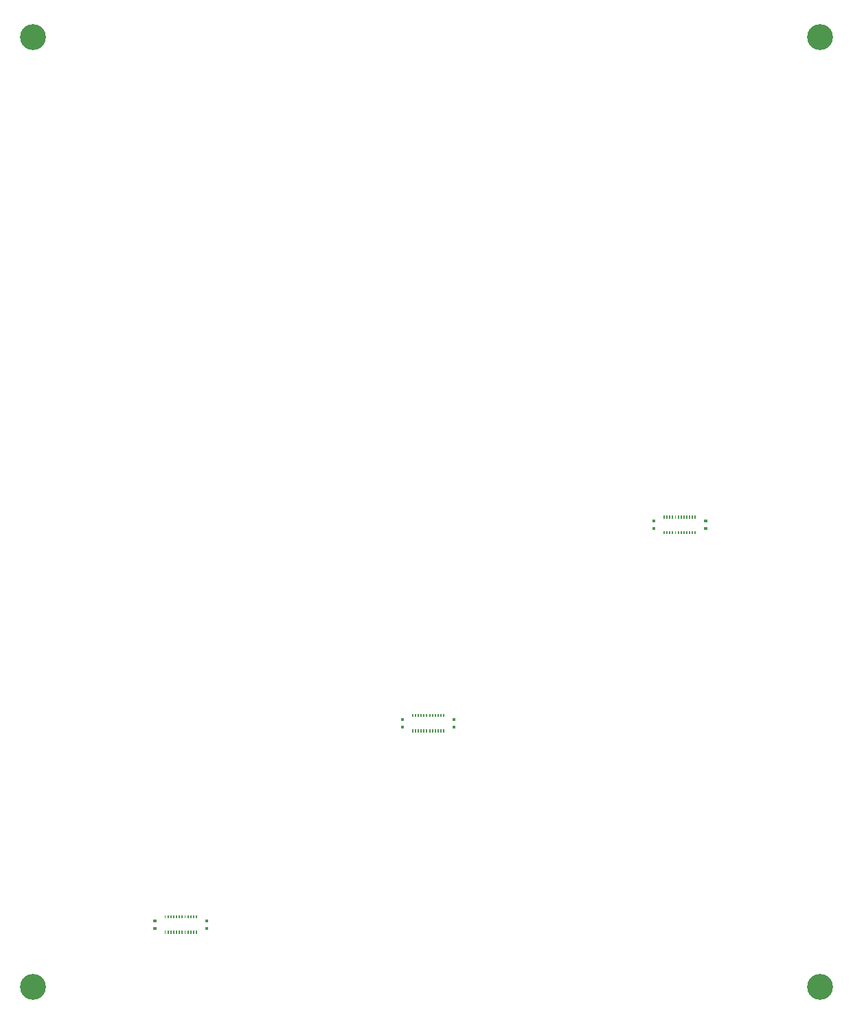
<source format=gbr>
%TF.GenerationSoftware,KiCad,Pcbnew,(6.0.0)*%
%TF.CreationDate,2022-03-28T07:33:37-07:00*%
%TF.ProjectId,flex-24_panel,666c6578-2d32-4345-9f70-616e656c2e6b,A*%
%TF.SameCoordinates,Original*%
%TF.FileFunction,Soldermask,Bot*%
%TF.FilePolarity,Negative*%
%FSLAX46Y46*%
G04 Gerber Fmt 4.6, Leading zero omitted, Abs format (unit mm)*
G04 Created by KiCad (PCBNEW (6.0.0)) date 2022-03-28 07:33:37*
%MOMM*%
%LPD*%
G01*
G04 APERTURE LIST*
%ADD10C,3.200000*%
G04 APERTURE END LIST*
%TO.C,J1*%
G36*
X175885000Y-95955864D02*
G01*
X175725000Y-95955864D01*
X175725000Y-96315864D01*
X175885000Y-96315864D01*
X175885000Y-95955864D01*
G37*
G36*
X176935000Y-95955864D02*
G01*
X176775000Y-95955864D01*
X176775000Y-96315864D01*
X176935000Y-96315864D01*
X176935000Y-95955864D01*
G37*
G36*
X176585000Y-95955864D02*
G01*
X176425000Y-95955864D01*
X176425000Y-96315864D01*
X176585000Y-96315864D01*
X176585000Y-95955864D01*
G37*
G36*
X178335000Y-95955864D02*
G01*
X178175000Y-95955864D01*
X178175000Y-96315864D01*
X178335000Y-96315864D01*
X178335000Y-95955864D01*
G37*
G36*
X177635000Y-95955864D02*
G01*
X177475000Y-95955864D01*
X177475000Y-96315864D01*
X177635000Y-96315864D01*
X177635000Y-95955864D01*
G37*
G36*
X179035000Y-94055864D02*
G01*
X178875000Y-94055864D01*
X178875000Y-94415864D01*
X179035000Y-94415864D01*
X179035000Y-94055864D01*
G37*
G36*
X177985000Y-94055864D02*
G01*
X177825000Y-94055864D01*
X177825000Y-94415864D01*
X177985000Y-94415864D01*
X177985000Y-94055864D01*
G37*
G36*
X176935000Y-94055864D02*
G01*
X176775000Y-94055864D01*
X176775000Y-94415864D01*
X176935000Y-94415864D01*
X176935000Y-94055864D01*
G37*
G36*
X175885000Y-94055864D02*
G01*
X175725000Y-94055864D01*
X175725000Y-94415864D01*
X175885000Y-94415864D01*
X175885000Y-94055864D01*
G37*
G36*
X174705000Y-94528364D02*
G01*
X174345000Y-94528364D01*
X174345000Y-94878364D01*
X174705000Y-94878364D01*
X174705000Y-94528364D01*
G37*
G36*
X177985000Y-95955864D02*
G01*
X177825000Y-95955864D01*
X177825000Y-96315864D01*
X177985000Y-96315864D01*
X177985000Y-95955864D01*
G37*
G36*
X177635000Y-94055864D02*
G01*
X177475000Y-94055864D01*
X177475000Y-94415864D01*
X177635000Y-94415864D01*
X177635000Y-94055864D01*
G37*
G36*
X174705000Y-95498364D02*
G01*
X174345000Y-95498364D01*
X174345000Y-95838364D01*
X174705000Y-95838364D01*
X174705000Y-95498364D01*
G37*
G36*
X178685000Y-95955864D02*
G01*
X178525000Y-95955864D01*
X178525000Y-96315864D01*
X178685000Y-96315864D01*
X178685000Y-95955864D01*
G37*
G36*
X178335000Y-94055864D02*
G01*
X178175000Y-94055864D01*
X178175000Y-94415864D01*
X178335000Y-94415864D01*
X178335000Y-94055864D01*
G37*
G36*
X179385000Y-95955864D02*
G01*
X179225000Y-95955864D01*
X179225000Y-96315864D01*
X179385000Y-96315864D01*
X179385000Y-95955864D01*
G37*
G36*
X179735000Y-95955864D02*
G01*
X179575000Y-95955864D01*
X179575000Y-96315864D01*
X179735000Y-96315864D01*
X179735000Y-95955864D01*
G37*
G36*
X177285000Y-95955864D02*
G01*
X177125000Y-95955864D01*
X177125000Y-96315864D01*
X177285000Y-96315864D01*
X177285000Y-95955864D01*
G37*
G36*
X179385000Y-94055864D02*
G01*
X179225000Y-94055864D01*
X179225000Y-94415864D01*
X179385000Y-94415864D01*
X179385000Y-94055864D01*
G37*
G36*
X176235000Y-94055864D02*
G01*
X176075000Y-94055864D01*
X176075000Y-94415864D01*
X176235000Y-94415864D01*
X176235000Y-94055864D01*
G37*
G36*
X181115000Y-95498364D02*
G01*
X180755000Y-95498364D01*
X180755000Y-95838364D01*
X181115000Y-95838364D01*
X181115000Y-95498364D01*
G37*
G36*
X176585000Y-94055864D02*
G01*
X176425000Y-94055864D01*
X176425000Y-94415864D01*
X176585000Y-94415864D01*
X176585000Y-94055864D01*
G37*
G36*
X179735000Y-94055864D02*
G01*
X179575000Y-94055864D01*
X179575000Y-94415864D01*
X179735000Y-94415864D01*
X179735000Y-94055864D01*
G37*
G36*
X179035000Y-95955864D02*
G01*
X178875000Y-95955864D01*
X178875000Y-96315864D01*
X179035000Y-96315864D01*
X179035000Y-95955864D01*
G37*
G36*
X181115000Y-94528364D02*
G01*
X180755000Y-94528364D01*
X180755000Y-94878364D01*
X181115000Y-94878364D01*
X181115000Y-94528364D01*
G37*
G36*
X177285000Y-94055864D02*
G01*
X177125000Y-94055864D01*
X177125000Y-94415864D01*
X177285000Y-94415864D01*
X177285000Y-94055864D01*
G37*
G36*
X176235000Y-95955864D02*
G01*
X176075000Y-95955864D01*
X176075000Y-96315864D01*
X176235000Y-96315864D01*
X176235000Y-95955864D01*
G37*
G36*
X178685000Y-94055864D02*
G01*
X178525000Y-94055864D01*
X178525000Y-94415864D01*
X178685000Y-94415864D01*
X178685000Y-94055864D01*
G37*
G36*
X146635000Y-120405865D02*
G01*
X146475000Y-120405865D01*
X146475000Y-120765865D01*
X146635000Y-120765865D01*
X146635000Y-120405865D01*
G37*
G36*
X146985000Y-118505865D02*
G01*
X146825000Y-118505865D01*
X146825000Y-118865865D01*
X146985000Y-118865865D01*
X146985000Y-118505865D01*
G37*
G36*
X146285000Y-118505865D02*
G01*
X146125000Y-118505865D01*
X146125000Y-118865865D01*
X146285000Y-118865865D01*
X146285000Y-118505865D01*
G37*
G36*
X147335000Y-120405865D02*
G01*
X147175000Y-120405865D01*
X147175000Y-120765865D01*
X147335000Y-120765865D01*
X147335000Y-120405865D01*
G37*
G36*
X148385000Y-118505865D02*
G01*
X148225000Y-118505865D01*
X148225000Y-118865865D01*
X148385000Y-118865865D01*
X148385000Y-118505865D01*
G37*
G36*
X147685000Y-120405865D02*
G01*
X147525000Y-120405865D01*
X147525000Y-120765865D01*
X147685000Y-120765865D01*
X147685000Y-120405865D01*
G37*
G36*
X145585000Y-118505865D02*
G01*
X145425000Y-118505865D01*
X145425000Y-118865865D01*
X145585000Y-118865865D01*
X145585000Y-118505865D01*
G37*
G36*
X143705000Y-119948365D02*
G01*
X143345000Y-119948365D01*
X143345000Y-120288365D01*
X143705000Y-120288365D01*
X143705000Y-119948365D01*
G37*
G36*
X146985000Y-120405865D02*
G01*
X146825000Y-120405865D01*
X146825000Y-120765865D01*
X146985000Y-120765865D01*
X146985000Y-120405865D01*
G37*
G36*
X145585000Y-120405865D02*
G01*
X145425000Y-120405865D01*
X145425000Y-120765865D01*
X145585000Y-120765865D01*
X145585000Y-120405865D01*
G37*
G36*
X148035000Y-118505865D02*
G01*
X147875000Y-118505865D01*
X147875000Y-118865865D01*
X148035000Y-118865865D01*
X148035000Y-118505865D01*
G37*
G36*
X150115000Y-119948365D02*
G01*
X149755000Y-119948365D01*
X149755000Y-120288365D01*
X150115000Y-120288365D01*
X150115000Y-119948365D01*
G37*
G36*
X148735000Y-118505865D02*
G01*
X148575000Y-118505865D01*
X148575000Y-118865865D01*
X148735000Y-118865865D01*
X148735000Y-118505865D01*
G37*
G36*
X145935000Y-118505865D02*
G01*
X145775000Y-118505865D01*
X145775000Y-118865865D01*
X145935000Y-118865865D01*
X145935000Y-118505865D01*
G37*
G36*
X147335000Y-118505865D02*
G01*
X147175000Y-118505865D01*
X147175000Y-118865865D01*
X147335000Y-118865865D01*
X147335000Y-118505865D01*
G37*
G36*
X143705000Y-118978365D02*
G01*
X143345000Y-118978365D01*
X143345000Y-119328365D01*
X143705000Y-119328365D01*
X143705000Y-118978365D01*
G37*
G36*
X146285000Y-120405865D02*
G01*
X146125000Y-120405865D01*
X146125000Y-120765865D01*
X146285000Y-120765865D01*
X146285000Y-120405865D01*
G37*
G36*
X146635000Y-118505865D02*
G01*
X146475000Y-118505865D01*
X146475000Y-118865865D01*
X146635000Y-118865865D01*
X146635000Y-118505865D01*
G37*
G36*
X148035000Y-120405865D02*
G01*
X147875000Y-120405865D01*
X147875000Y-120765865D01*
X148035000Y-120765865D01*
X148035000Y-120405865D01*
G37*
G36*
X148735000Y-120405865D02*
G01*
X148575000Y-120405865D01*
X148575000Y-120765865D01*
X148735000Y-120765865D01*
X148735000Y-120405865D01*
G37*
G36*
X148385000Y-120405865D02*
G01*
X148225000Y-120405865D01*
X148225000Y-120765865D01*
X148385000Y-120765865D01*
X148385000Y-120405865D01*
G37*
G36*
X150115000Y-118978365D02*
G01*
X149755000Y-118978365D01*
X149755000Y-119328365D01*
X150115000Y-119328365D01*
X150115000Y-118978365D01*
G37*
G36*
X147685000Y-118505865D02*
G01*
X147525000Y-118505865D01*
X147525000Y-118865865D01*
X147685000Y-118865865D01*
X147685000Y-118505865D01*
G37*
G36*
X145235000Y-120405865D02*
G01*
X145075000Y-120405865D01*
X145075000Y-120765865D01*
X145235000Y-120765865D01*
X145235000Y-120405865D01*
G37*
G36*
X144885000Y-120405865D02*
G01*
X144725000Y-120405865D01*
X144725000Y-120765865D01*
X144885000Y-120765865D01*
X144885000Y-120405865D01*
G37*
G36*
X145235000Y-118505865D02*
G01*
X145075000Y-118505865D01*
X145075000Y-118865865D01*
X145235000Y-118865865D01*
X145235000Y-118505865D01*
G37*
G36*
X145935000Y-120405865D02*
G01*
X145775000Y-120405865D01*
X145775000Y-120765865D01*
X145935000Y-120765865D01*
X145935000Y-120405865D01*
G37*
G36*
X144885000Y-118505865D02*
G01*
X144725000Y-118505865D01*
X144725000Y-118865865D01*
X144885000Y-118865865D01*
X144885000Y-118505865D01*
G37*
G36*
X115785000Y-143315376D02*
G01*
X115625000Y-143315376D01*
X115625000Y-143675376D01*
X115785000Y-143675376D01*
X115785000Y-143315376D01*
G37*
G36*
X117185000Y-145215376D02*
G01*
X117025000Y-145215376D01*
X117025000Y-145575376D01*
X117185000Y-145575376D01*
X117185000Y-145215376D01*
G37*
G36*
X119615000Y-143787876D02*
G01*
X119255000Y-143787876D01*
X119255000Y-144137876D01*
X119615000Y-144137876D01*
X119615000Y-143787876D01*
G37*
G36*
X115785000Y-145215376D02*
G01*
X115625000Y-145215376D01*
X115625000Y-145575376D01*
X115785000Y-145575376D01*
X115785000Y-145215376D01*
G37*
G36*
X114385000Y-145215376D02*
G01*
X114225000Y-145215376D01*
X114225000Y-145575376D01*
X114385000Y-145575376D01*
X114385000Y-145215376D01*
G37*
G36*
X116835000Y-143315376D02*
G01*
X116675000Y-143315376D01*
X116675000Y-143675376D01*
X116835000Y-143675376D01*
X116835000Y-143315376D01*
G37*
G36*
X116135000Y-145215376D02*
G01*
X115975000Y-145215376D01*
X115975000Y-145575376D01*
X116135000Y-145575376D01*
X116135000Y-145215376D01*
G37*
G36*
X114735000Y-143315376D02*
G01*
X114575000Y-143315376D01*
X114575000Y-143675376D01*
X114735000Y-143675376D01*
X114735000Y-143315376D01*
G37*
G36*
X115435000Y-143315376D02*
G01*
X115275000Y-143315376D01*
X115275000Y-143675376D01*
X115435000Y-143675376D01*
X115435000Y-143315376D01*
G37*
G36*
X114735000Y-145215376D02*
G01*
X114575000Y-145215376D01*
X114575000Y-145575376D01*
X114735000Y-145575376D01*
X114735000Y-145215376D01*
G37*
G36*
X117535000Y-145215376D02*
G01*
X117375000Y-145215376D01*
X117375000Y-145575376D01*
X117535000Y-145575376D01*
X117535000Y-145215376D01*
G37*
G36*
X117885000Y-143315376D02*
G01*
X117725000Y-143315376D01*
X117725000Y-143675376D01*
X117885000Y-143675376D01*
X117885000Y-143315376D01*
G37*
G36*
X115085000Y-145215376D02*
G01*
X114925000Y-145215376D01*
X114925000Y-145575376D01*
X115085000Y-145575376D01*
X115085000Y-145215376D01*
G37*
G36*
X117885000Y-145215376D02*
G01*
X117725000Y-145215376D01*
X117725000Y-145575376D01*
X117885000Y-145575376D01*
X117885000Y-145215376D01*
G37*
G36*
X115085000Y-143315376D02*
G01*
X114925000Y-143315376D01*
X114925000Y-143675376D01*
X115085000Y-143675376D01*
X115085000Y-143315376D01*
G37*
G36*
X113205000Y-144757876D02*
G01*
X112845000Y-144757876D01*
X112845000Y-145097876D01*
X113205000Y-145097876D01*
X113205000Y-144757876D01*
G37*
G36*
X114385000Y-143315376D02*
G01*
X114225000Y-143315376D01*
X114225000Y-143675376D01*
X114385000Y-143675376D01*
X114385000Y-143315376D01*
G37*
G36*
X117185000Y-143315376D02*
G01*
X117025000Y-143315376D01*
X117025000Y-143675376D01*
X117185000Y-143675376D01*
X117185000Y-143315376D01*
G37*
G36*
X118235000Y-145215376D02*
G01*
X118075000Y-145215376D01*
X118075000Y-145575376D01*
X118235000Y-145575376D01*
X118235000Y-145215376D01*
G37*
G36*
X117535000Y-143315376D02*
G01*
X117375000Y-143315376D01*
X117375000Y-143675376D01*
X117535000Y-143675376D01*
X117535000Y-143315376D01*
G37*
G36*
X113205000Y-143787876D02*
G01*
X112845000Y-143787876D01*
X112845000Y-144137876D01*
X113205000Y-144137876D01*
X113205000Y-143787876D01*
G37*
G36*
X116485000Y-143315376D02*
G01*
X116325000Y-143315376D01*
X116325000Y-143675376D01*
X116485000Y-143675376D01*
X116485000Y-143315376D01*
G37*
G36*
X116835000Y-145215376D02*
G01*
X116675000Y-145215376D01*
X116675000Y-145575376D01*
X116835000Y-145575376D01*
X116835000Y-145215376D01*
G37*
G36*
X116485000Y-145215376D02*
G01*
X116325000Y-145215376D01*
X116325000Y-145575376D01*
X116485000Y-145575376D01*
X116485000Y-145215376D01*
G37*
G36*
X115435000Y-145215376D02*
G01*
X115275000Y-145215376D01*
X115275000Y-145575376D01*
X115435000Y-145575376D01*
X115435000Y-145215376D01*
G37*
G36*
X118235000Y-143315376D02*
G01*
X118075000Y-143315376D01*
X118075000Y-143675376D01*
X118235000Y-143675376D01*
X118235000Y-143315376D01*
G37*
G36*
X116135000Y-143315376D02*
G01*
X115975000Y-143315376D01*
X115975000Y-143675376D01*
X116135000Y-143675376D01*
X116135000Y-143315376D01*
G37*
G36*
X119615000Y-144757876D02*
G01*
X119255000Y-144757876D01*
X119255000Y-145097876D01*
X119615000Y-145097876D01*
X119615000Y-144757876D01*
G37*
%TD*%
D10*
%TO.C,REF\u002A\u002A*%
X195045000Y-152082500D03*
%TD*%
%TO.C,REF\u002A\u002A*%
X98045000Y-35082500D03*
%TD*%
%TO.C,REF\u002A\u002A*%
X98045000Y-152082500D03*
%TD*%
%TO.C,REF\u002A\u002A*%
X195045000Y-35082500D03*
%TD*%
M02*

</source>
